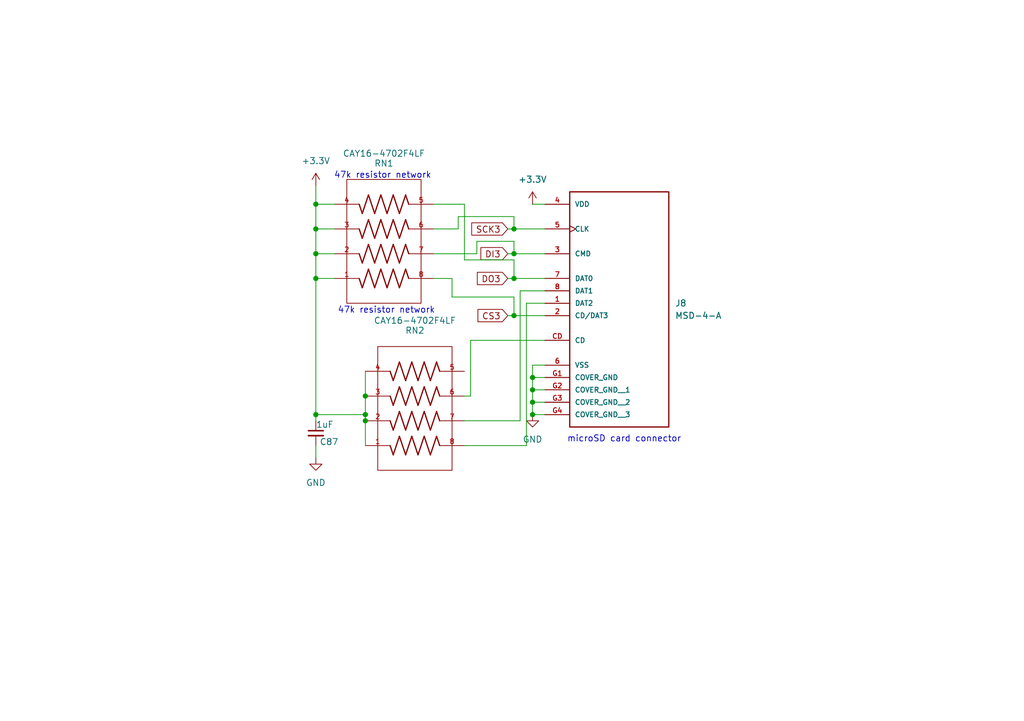
<source format=kicad_sch>
(kicad_sch (version 20250114) (generator "eeschema") (generator_version "9.0")
  (paper "A5")
  (lib_symbols
    (symbol "Cosmos Schematic Symbols:CAY16-4702F4LF" (pin_names (offset 1.016))
      (property "Reference" "RN" (at -6.8624 13.4635 0))
      (property "Value" "CAY16-4702F4LF" (at -6.614 -15.7546 0))
      (symbol "CAY16-4702F4LF_0_0"
        (polyline (pts (xy -5.08 7.62) (xy -4.445 9.525)) (stroke (width 0.254)))
        (polyline (pts (xy -5.08 2.54) (xy -4.445 4.445)) (stroke (width 0.254)))
        (polyline (pts (xy -5.08 -2.54) (xy -4.445 -0.635)) (stroke (width 0.254)))
        (polyline (pts (xy -5.08 -7.62) (xy -4.445 -5.715)) (stroke (width 0.254)))
        (polyline (pts (xy -4.445 9.525) (xy -3.175 5.715)) (stroke (width 0.254)))
        (polyline (pts (xy -4.445 4.445) (xy -3.175 0.635)) (stroke (width 0.254)))
        (polyline (pts (xy -4.445 -0.635) (xy -3.175 -4.445)) (stroke (width 0.254)))
        (polyline (pts (xy -4.445 -5.715) (xy -3.175 -9.525)) (stroke (width 0.254)))
        (polyline (pts (xy -3.175 5.715) (xy -1.905 9.525)) (stroke (width 0.254)))
        (polyline (pts (xy -3.175 0.635) (xy -1.905 4.445)) (stroke (width 0.254)))
        (polyline (pts (xy -3.175 -4.445) (xy -1.905 -0.635)) (stroke (width 0.254)))
        (polyline (pts (xy -3.175 -9.525) (xy -1.905 -5.715)) (stroke (width 0.254)))
        (polyline (pts (xy -1.905 9.525) (xy -0.635 5.715)) (stroke (width 0.254)))
        (polyline (pts (xy -1.905 4.445) (xy -0.635 0.635)) (stroke (width 0.254)))
        (polyline (pts (xy -1.905 -0.635) (xy -0.635 -4.445)) (stroke (width 0.254)))
        (polyline (pts (xy -1.905 -5.715) (xy -0.635 -9.525)) (stroke (width 0.254)))
        (polyline (pts (xy -0.635 5.715) (xy 0.635 9.525)) (stroke (width 0.254)))
        (polyline (pts (xy -0.635 0.635) (xy 0.635 4.445)) (stroke (width 0.254)))
        (polyline (pts (xy -0.635 -4.445) (xy 0.635 -0.635)) (stroke (width 0.254)))
        (polyline (pts (xy -0.635 -9.525) (xy 0.635 -5.715)) (stroke (width 0.254)))
        (polyline (pts (xy 0.635 9.525) (xy 1.905 5.715)) (stroke (width 0.254)))
        (polyline (pts (xy 0.635 4.445) (xy 1.905 0.635)) (stroke (width 0.254)))
        (polyline (pts (xy 0.635 -0.635) (xy 1.905 -4.445)) (stroke (width 0.254)))
        (polyline (pts (xy 0.635 -5.715) (xy 1.905 -9.525)) (stroke (width 0.254)))
        (polyline (pts (xy 1.905 5.715) (xy 3.175 9.525)) (stroke (width 0.254)))
        (polyline (pts (xy 1.905 0.635) (xy 3.175 4.445)) (stroke (width 0.254)))
        (polyline (pts (xy 1.905 -4.445) (xy 3.175 -0.635)) (stroke (width 0.254)))
        (polyline (pts (xy 1.905 -9.525) (xy 3.175 -5.715)) (stroke (width 0.254)))
        (polyline (pts (xy 3.175 9.525) (xy 4.445 5.715)) (stroke (width 0.254)))
        (polyline (pts (xy 3.175 4.445) (xy 4.445 0.635)) (stroke (width 0.254)))
        (polyline (pts (xy 3.175 -0.635) (xy 4.445 -4.445)) (stroke (width 0.254)))
        (polyline (pts (xy 3.175 -5.715) (xy 4.445 -9.525)) (stroke (width 0.254)))
        (polyline (pts (xy 4.445 5.715) (xy 5.08 7.62)) (stroke (width 0.254)))
        (polyline (pts (xy 4.445 0.635) (xy 5.08 2.54)) (stroke (width 0.254)))
        (polyline (pts (xy 4.445 -4.445) (xy 5.08 -2.54)) (stroke (width 0.254)))
        (polyline (pts (xy 4.445 -9.525) (xy 5.08 -7.62)) (stroke (width 0.254)))
        (pin passive line (at -10.16 7.62 0) (length 5.08) (name "~") (number "1"))
        (pin passive line (at -10.16 2.54 0) (length 5.08) (name "~") (number "2"))
        (pin passive line (at -10.16 -2.54 0) (length 5.08) (name "~") (number "3"))
        (pin passive line (at -10.16 -7.62 0) (length 5.08) (name "~") (number "4"))
        (pin passive line (at 10.16 7.62 180) (length 5.08) (name "~") (number "8"))
        (pin passive line (at 10.16 2.54 180) (length 5.08) (name "~") (number "7"))
        (pin passive line (at 10.16 -2.54 180) (length 5.08) (name "~") (number "6"))
        (pin passive line (at 10.16 -7.62 180) (length 5.08) (name "~") (number "5"))
      )
      (symbol "CAY16-4702F4LF_1_0"
        (rectangle (start -7.62 12.7) (end 7.62 -12.7) (stroke (width 0.1524)))
      )
    )
    (symbol "Cosmos Schematic Symbols:MSD-4-A" (pin_names (offset 1.016))
      (property "Reference" "J" (at -10.16 21.082 0))
      (property "Value" "MSD-4-A" (at -10.16 -30.48 0))
      (symbol "MSD-4-A_0_0"
        (pin power_in line (at -15.24 17.78 0) (length 5.08) (name "VDD") (number "4"))
        (pin input clock (at -15.24 12.7 0) (length 5.08) (name "CLK") (number "5"))
        (pin bidirectional line (at -15.24 7.62 0) (length 5.08) (name "CMD") (number "3"))
        (pin bidirectional line (at -15.24 2.54 0) (length 5.08) (name "DAT0") (number "7"))
        (pin bidirectional line (at -15.24 0 0) (length 5.08) (name "DAT1") (number "8"))
        (pin bidirectional line (at -15.24 -2.54 0) (length 5.08) (name "DAT2") (number "1"))
        (pin bidirectional line (at -15.24 -5.08 0) (length 5.08) (name "CD/DAT3") (number "2"))
        (pin passive line (at -15.24 -10.16 0) (length 5.08) (name "CD") (number "CD"))
        (pin power_in line (at -15.24 -15.24 0) (length 5.08) (name "VSS") (number "6"))
        (pin power_in line (at -15.24 -17.78 0) (length 5.08) (name "COVER_GND") (number "G1"))
        (pin power_in line (at -15.24 -20.32 0) (length 5.08) (name "COVER_GND__1") (number "G2"))
        (pin power_in line (at -15.24 -22.86 0) (length 5.08) (name "COVER_GND__2") (number "G3"))
        (pin power_in line (at -15.24 -25.4 0) (length 5.08) (name "COVER_GND__3") (number "G4"))
      )
      (symbol "MSD-4-A_1_0"
        (rectangle (start -10.16 20.32) (end 10.16 -27.94) (stroke (width 0.254)))
      )
    )
    (symbol "Device:C_Small" (pin_numbers (hide yes)) (pin_names (offset 0.254) (hide yes))
      (property "Reference" "C" (at 0.254 1.778 0))
      (property "Value" "C_Small" (at 0.254 -2.032 0))
      (symbol "C_Small_0_1"
        (polyline (pts (xy -1.524 0.508) (xy 1.524 0.508)) (stroke (width 0.3048)))
        (polyline (pts (xy -1.524 -0.508) (xy 1.524 -0.508)) (stroke (width 0.3302)))
      )
      (symbol "C_Small_1_1"
        (pin passive line (at 0 2.54 270) (length 2.032) (name "~") (number "1"))
        (pin passive line (at 0 -2.54 90) (length 2.032) (name "~") (number "2"))
      )
    )
    (symbol "power:+3.3V" (power) (pin_numbers (hide yes)) (pin_names (offset 0) (hide yes))
      (property "Value" "+3.3V" (at 0 3.556 0))
      (symbol "+3.3V_0_1"
        (polyline (pts (xy -0.762 1.27) (xy 0 2.54)))
        (polyline (pts (xy 0 2.54) (xy 0.762 1.27)))
        (polyline (pts (xy 0 0) (xy 0 2.54)))
      )
      (symbol "+3.3V_1_1"
        (pin power_in line (at 0 0 90) (length 0) (name "~") (number "1"))
      )
    )
    (symbol "power:GND" (power) (pin_numbers (hide yes)) (pin_names (offset 0) (hide yes))
      (property "Value" "GND" (at 0 -3.81 0))
      (symbol "GND_0_1"
        (polyline (pts (xy 0 0) (xy 0 -1.27) (xy 1.27 -1.27) (xy 0 -2.54) (xy -1.27 -1.27) (xy 0 -1.27)))
      )
      (symbol "GND_1_1"
        (pin power_in line (at 0 0 270) (length 0) (name "~") (number "1"))
      )
    )
  )
  (text "47k resistor network\n" (at 79.248 63.754 0) (effects (font (size 1.27 1.27))))
  (text "microSD card connector" (at 128.016 90.17 0) (effects (font (size 1.27 1.27))))
  (text "47k resistor network\n" (at 78.486 36.068 0) (effects (font (size 1.27 1.27))))
  (junction (at 64.77 41.91))
  (junction (at 74.93 81.28))
  (junction (at 109.22 85.09))
  (junction (at 64.77 57.15))
  (junction (at 64.77 52.07))
  (junction (at 105.41 52.07))
  (junction (at 64.77 46.99))
  (junction (at 105.41 64.77))
  (junction (at 109.22 77.47))
  (junction (at 105.41 57.15))
  (junction (at 109.22 80.01))
  (junction (at 74.93 85.09))
  (junction (at 105.41 46.99))
  (junction (at 109.22 82.55))
  (junction (at 74.93 86.36))
  (junction (at 64.77 85.09))
  (wire (pts (xy 109.22 77.47) (xy 109.22 80.01)))
  (wire (pts (xy 88.9 57.15) (xy 92.71 57.15)))
  (wire (pts (xy 74.93 85.09) (xy 74.93 86.36)))
  (wire (pts (xy 92.71 60.96) (xy 105.41 60.96)))
  (wire (pts (xy 104.14 46.99) (xy 105.41 46.99)))
  (wire (pts (xy 104.14 64.77) (xy 105.41 64.77)))
  (wire (pts (xy 109.22 80.01) (xy 109.22 82.55)))
  (wire (pts (xy 107.95 62.23) (xy 107.95 91.44)))
  (wire (pts (xy 105.41 44.45) (xy 105.41 46.99)))
  (wire (pts (xy 105.41 57.15) (xy 105.41 53.34)))
  (wire (pts (xy 111.76 74.93) (xy 109.22 74.93)))
  (wire (pts (xy 111.76 69.85) (xy 96.52 69.85)))
  (wire (pts (xy 109.22 85.09) (xy 111.76 85.09)))
  (wire (pts (xy 97.79 49.53) (xy 105.41 49.53)))
  (wire (pts (xy 64.77 46.99) (xy 68.58 46.99)))
  (wire (pts (xy 64.77 41.91) (xy 64.77 46.99)))
  (wire (pts (xy 64.77 38.1) (xy 64.77 41.91)))
  (wire (pts (xy 105.41 64.77) (xy 111.76 64.77)))
  (wire (pts (xy 104.14 52.07) (xy 105.41 52.07)))
  (wire (pts (xy 111.76 59.69) (xy 106.68 59.69)))
  (wire (pts (xy 64.77 52.07) (xy 64.77 57.15)))
  (wire (pts (xy 109.22 41.91) (xy 111.76 41.91)))
  (wire (pts (xy 93.98 44.45) (xy 105.41 44.45)))
  (wire (pts (xy 74.93 86.36) (xy 74.93 91.44)))
  (wire (pts (xy 64.77 57.15) (xy 64.77 85.09)))
  (wire (pts (xy 105.41 46.99) (xy 111.76 46.99)))
  (wire (pts (xy 104.14 57.15) (xy 105.41 57.15)))
  (wire (pts (xy 64.77 46.99) (xy 64.77 52.07)))
  (wire (pts (xy 95.25 41.91) (xy 88.9 41.91)))
  (wire (pts (xy 107.95 91.44) (xy 95.25 91.44)))
  (wire (pts (xy 109.22 77.47) (xy 111.76 77.47)))
  (wire (pts (xy 109.22 80.01) (xy 111.76 80.01)))
  (wire (pts (xy 105.41 60.96) (xy 105.41 64.77)))
  (wire (pts (xy 88.9 46.99) (xy 93.98 46.99)))
  (wire (pts (xy 105.41 52.07) (xy 111.76 52.07)))
  (wire (pts (xy 96.52 69.85) (xy 96.52 81.28)))
  (wire (pts (xy 88.9 52.07) (xy 97.79 52.07)))
  (wire (pts (xy 106.68 59.69) (xy 106.68 86.36)))
  (wire (pts (xy 111.76 62.23) (xy 107.95 62.23)))
  (wire (pts (xy 92.71 57.15) (xy 92.71 60.96)))
  (wire (pts (xy 96.52 81.28) (xy 95.25 81.28)))
  (wire (pts (xy 105.41 57.15) (xy 111.76 57.15)))
  (wire (pts (xy 64.77 41.91) (xy 68.58 41.91)))
  (wire (pts (xy 105.41 53.34) (xy 95.25 53.34)))
  (wire (pts (xy 74.93 76.2) (xy 74.93 81.28)))
  (wire (pts (xy 109.22 74.93) (xy 109.22 77.47)))
  (wire (pts (xy 64.77 57.15) (xy 68.58 57.15)))
  (wire (pts (xy 105.41 49.53) (xy 105.41 52.07)))
  (wire (pts (xy 64.77 85.09) (xy 74.93 85.09)))
  (wire (pts (xy 64.77 93.98) (xy 64.77 91.44)))
  (wire (pts (xy 109.22 82.55) (xy 111.76 82.55)))
  (wire (pts (xy 106.68 86.36) (xy 95.25 86.36)))
  (wire (pts (xy 109.22 82.55) (xy 109.22 85.09)))
  (wire (pts (xy 95.25 53.34) (xy 95.25 41.91)))
  (wire (pts (xy 64.77 52.07) (xy 68.58 52.07)))
  (wire (pts (xy 64.77 85.09) (xy 64.77 86.36)))
  (wire (pts (xy 93.98 46.99) (xy 93.98 44.45)))
  (wire (pts (xy 97.79 52.07) (xy 97.79 49.53)))
  (wire (pts (xy 74.93 81.28) (xy 74.93 85.09)))
  (global_label "DO3" (shape input) (at 104.14 57.15 180) (property "Intersheetrefs" "${INTERSHEET_REFS}" (effects (hide yes))))
  (global_label "DI3" (shape input) (at 104.14 52.07 180) (property "Intersheetrefs" "${INTERSHEET_REFS}" (effects (hide yes))))
  (global_label "SCK3" (shape input) (at 104.14 46.99 180) (property "Intersheetrefs" "${INTERSHEET_REFS}" (effects (hide yes))))
  (global_label "CS3" (shape input) (at 104.14 64.77 180) (property "Intersheetrefs" "${INTERSHEET_REFS}" (effects (hide yes))))
  (symbol (lib_id "power:GND") (at 109.22 85.09 0) (unit 1)
    (property "Reference" "#PWR0219" (effects (hide yes)))
    (property "Value" "GND" (at 109.22 90.17 0))
    (property "Description" "Power symbol creates a global label with name \"GND\" , ground" (effects (hide yes)))
  )
  (symbol (lib_id "Cosmos Schematic Symbols:MSD-4-A") (at 127 59.69 0) (unit 1)
    (property "Reference" "J8" (at 138.43 62.2299 0) (effects (justify left)))
    (property "Value" "MSD-4-A" (at 138.43 64.7699 0) (effects (justify left)))
    (property "Footprint" "MSD-4-A:CUI_MSD-4-A" (effects (hide yes)))
    (property "MANUFACTURER" "CUI Devices" (effects (hide yes)))
  )
  (symbol (lib_id "power:GND") (at 64.77 93.98 0) (unit 1)
    (property "Reference" "#PWR0217" (effects (hide yes)))
    (property "Value" "GND" (at 64.77 99.06 0))
    (property "Description" "Power symbol creates a global label with name \"GND\" , ground" (effects (hide yes)))
  )
  (symbol (lib_id "power:+3.3V") (at 109.22 41.91 0) (unit 1)
    (property "Reference" "#PWR071" (effects (hide yes)))
    (property "Value" "+3.3V" (at 109.22 36.83 0))
    (property "Description" "Power symbol creates a global label with name \"+3.3V\"" (effects (hide yes)))
  )
  (symbol (lib_id "power:+3.3V") (at 64.77 38.1 0) (unit 1)
    (property "Reference" "#PWR070" (effects (hide yes)))
    (property "Value" "+3.3V" (at 64.77 33.02 0))
    (property "Description" "Power symbol creates a global label with name \"+3.3V\"" (effects (hide yes)))
  )
  (symbol (lib_id "Device:C_Small") (at 64.77 88.9 0) (unit 1)
    (property "Reference" "C87" (at 65.532 90.678 0) (effects (justify left)))
    (property "Value" "1uF" (at 64.77 87.122 0) (effects (justify left)))
    (property "Footprint" "Capacitor_SMD:C_0603_1608Metric" (effects (hide yes)))
    (property "Description" "Unpolarized capacitor, small symbol" (effects (hide yes)))
  )
  (symbol (lib_id "Cosmos Schematic Symbols:CAY16-4702F4LF") (at 78.74 49.53 0) (mirror x) (unit 1)
    (property "Reference" "RN1" (at 78.74 33.528 0))
    (property "Value" "CAY16-4702F4LF" (at 78.74 31.496 0))
    (property "Footprint" "Resistor_SMD:R_Array_Convex_4x1206" (effects (hide yes)))
    (property "MANUFACTURER" "Bourns" (effects (hide yes)))
  )
  (symbol (lib_id "Cosmos Schematic Symbols:CAY16-4702F4LF") (at 85.09 83.82 0) (mirror x) (unit 1)
    (property "Reference" "RN2" (at 85.09 67.818 0))
    (property "Value" "CAY16-4702F4LF" (at 85.09 65.786 0))
    (property "Footprint" "Resistor_SMD:R_Array_Convex_4x1206" (effects (hide yes)))
    (property "MANUFACTURER" "Bourns" (effects (hide yes)))
  )
)
</source>
